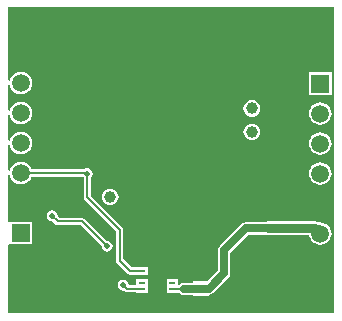
<source format=gtl>
G04*
G04 #@! TF.GenerationSoftware,Altium Limited,Altium Designer,18.1.9 (240)*
G04*
G04 Layer_Physical_Order=1*
G04 Layer_Color=255*
%FSAX25Y25*%
%MOIN*%
G70*
G01*
G75*
%ADD13R,0.03937X0.03150*%
%ADD14R,0.02717X0.06496*%
%ADD15R,0.02165X0.00984*%
%ADD23C,0.00800*%
%ADD24C,0.03000*%
%ADD25C,0.02500*%
%ADD26C,0.03937*%
%ADD27C,0.05906*%
%ADD28R,0.05906X0.05906*%
%ADD29C,0.23622*%
%ADD30C,0.01968*%
G36*
X0615883Y0172217D02*
X0507317D01*
Y0194979D01*
X0507747Y0195147D01*
X0507817Y0195147D01*
X0515253D01*
Y0202653D01*
X0507817D01*
X0507747Y0202653D01*
X0507317Y0202821D01*
Y0218091D01*
X0507817Y0218124D01*
X0507844Y0217920D01*
X0508222Y0217007D01*
X0508823Y0216224D01*
X0509607Y0215622D01*
X0510520Y0215244D01*
X0511500Y0215115D01*
X0512480Y0215244D01*
X0513393Y0215622D01*
X0514177Y0216224D01*
X0514778Y0217007D01*
X0515055Y0217676D01*
X0532238D01*
X0532414Y0217414D01*
X0532477Y0217372D01*
Y0210724D01*
X0532570Y0210256D01*
X0532835Y0209859D01*
X0543277Y0199418D01*
Y0189696D01*
X0543370Y0189228D01*
X0543635Y0188831D01*
X0547154Y0185312D01*
X0547551Y0185047D01*
X0548019Y0184954D01*
X0550099D01*
Y0184885D01*
X0553864D01*
Y0187469D01*
X0550099D01*
Y0187401D01*
X0548526D01*
X0545723Y0190203D01*
Y0199925D01*
X0545630Y0200393D01*
X0545365Y0200790D01*
X0534924Y0211231D01*
Y0217372D01*
X0534986Y0217414D01*
X0535381Y0218004D01*
X0535519Y0218700D01*
X0535381Y0219396D01*
X0534986Y0219986D01*
X0534396Y0220381D01*
X0533700Y0220519D01*
X0533004Y0220381D01*
X0532619Y0220124D01*
X0515055D01*
X0514778Y0220793D01*
X0514177Y0221576D01*
X0513393Y0222178D01*
X0512480Y0222556D01*
X0511500Y0222685D01*
X0510520Y0222556D01*
X0509607Y0222178D01*
X0508823Y0221576D01*
X0508222Y0220793D01*
X0507844Y0219880D01*
X0507817Y0219676D01*
X0507317Y0219709D01*
Y0228091D01*
X0507817Y0228124D01*
X0507844Y0227920D01*
X0508222Y0227007D01*
X0508823Y0226223D01*
X0509607Y0225622D01*
X0510520Y0225244D01*
X0511500Y0225115D01*
X0512480Y0225244D01*
X0513393Y0225622D01*
X0514177Y0226223D01*
X0514778Y0227007D01*
X0515156Y0227920D01*
X0515285Y0228900D01*
X0515156Y0229880D01*
X0514778Y0230793D01*
X0514177Y0231576D01*
X0513393Y0232178D01*
X0512480Y0232556D01*
X0511500Y0232685D01*
X0510520Y0232556D01*
X0509607Y0232178D01*
X0508823Y0231576D01*
X0508222Y0230793D01*
X0507844Y0229880D01*
X0507817Y0229676D01*
X0507317Y0229709D01*
Y0238091D01*
X0507817Y0238124D01*
X0507844Y0237920D01*
X0508222Y0237007D01*
X0508823Y0236224D01*
X0509607Y0235622D01*
X0510520Y0235244D01*
X0511500Y0235115D01*
X0512480Y0235244D01*
X0513393Y0235622D01*
X0514177Y0236224D01*
X0514778Y0237007D01*
X0515156Y0237920D01*
X0515285Y0238900D01*
X0515156Y0239880D01*
X0514778Y0240793D01*
X0514177Y0241577D01*
X0513393Y0242178D01*
X0512480Y0242556D01*
X0511500Y0242685D01*
X0510520Y0242556D01*
X0509607Y0242178D01*
X0508823Y0241577D01*
X0508222Y0240793D01*
X0507844Y0239880D01*
X0507817Y0239676D01*
X0507317Y0239709D01*
Y0248091D01*
X0507817Y0248124D01*
X0507844Y0247920D01*
X0508222Y0247007D01*
X0508823Y0246223D01*
X0509607Y0245622D01*
X0510520Y0245244D01*
X0511500Y0245115D01*
X0512480Y0245244D01*
X0513393Y0245622D01*
X0514177Y0246223D01*
X0514778Y0247007D01*
X0515156Y0247920D01*
X0515285Y0248900D01*
X0515156Y0249880D01*
X0514778Y0250793D01*
X0514177Y0251576D01*
X0513393Y0252178D01*
X0512480Y0252556D01*
X0511500Y0252685D01*
X0510520Y0252556D01*
X0509607Y0252178D01*
X0508823Y0251576D01*
X0508222Y0250793D01*
X0507844Y0249880D01*
X0507817Y0249676D01*
X0507317Y0249709D01*
Y0274183D01*
X0615883D01*
Y0172217D01*
D02*
G37*
%LPC*%
G36*
X0615153Y0252453D02*
X0607647D01*
Y0244947D01*
X0615153D01*
Y0252453D01*
D02*
G37*
G36*
X0588559Y0243166D02*
X0587836Y0243071D01*
X0587163Y0242792D01*
X0586585Y0242349D01*
X0586141Y0241770D01*
X0585862Y0241097D01*
X0585767Y0240374D01*
X0585862Y0239651D01*
X0586141Y0238978D01*
X0586585Y0238400D01*
X0587163Y0237956D01*
X0587836Y0237677D01*
X0588559Y0237582D01*
X0589282Y0237677D01*
X0589955Y0237956D01*
X0590534Y0238400D01*
X0590977Y0238978D01*
X0591256Y0239651D01*
X0591352Y0240374D01*
X0591256Y0241097D01*
X0590977Y0241770D01*
X0590534Y0242349D01*
X0589955Y0242792D01*
X0589282Y0243071D01*
X0588559Y0243166D01*
D02*
G37*
G36*
X0611400Y0242485D02*
X0610420Y0242356D01*
X0609507Y0241978D01*
X0608723Y0241376D01*
X0608122Y0240593D01*
X0607744Y0239680D01*
X0607615Y0238700D01*
X0607744Y0237720D01*
X0608122Y0236807D01*
X0608723Y0236023D01*
X0609507Y0235422D01*
X0610420Y0235044D01*
X0611400Y0234915D01*
X0612380Y0235044D01*
X0613293Y0235422D01*
X0614077Y0236023D01*
X0614678Y0236807D01*
X0615056Y0237720D01*
X0615185Y0238700D01*
X0615056Y0239680D01*
X0614678Y0240593D01*
X0614077Y0241376D01*
X0613293Y0241978D01*
X0612380Y0242356D01*
X0611400Y0242485D01*
D02*
G37*
G36*
X0588559Y0235292D02*
X0587836Y0235197D01*
X0587163Y0234918D01*
X0586585Y0234474D01*
X0586141Y0233896D01*
X0585862Y0233223D01*
X0585767Y0232500D01*
X0585862Y0231777D01*
X0586141Y0231104D01*
X0586585Y0230525D01*
X0587163Y0230082D01*
X0587836Y0229803D01*
X0588559Y0229708D01*
X0589282Y0229803D01*
X0589955Y0230082D01*
X0590534Y0230525D01*
X0590977Y0231104D01*
X0591256Y0231777D01*
X0591352Y0232500D01*
X0591256Y0233223D01*
X0590977Y0233896D01*
X0590534Y0234474D01*
X0589955Y0234918D01*
X0589282Y0235197D01*
X0588559Y0235292D01*
D02*
G37*
G36*
X0611400Y0232485D02*
X0610420Y0232356D01*
X0609507Y0231978D01*
X0608723Y0231377D01*
X0608122Y0230593D01*
X0607744Y0229680D01*
X0607615Y0228700D01*
X0607744Y0227720D01*
X0608122Y0226807D01*
X0608723Y0226024D01*
X0609507Y0225422D01*
X0610420Y0225044D01*
X0611400Y0224915D01*
X0612380Y0225044D01*
X0613293Y0225422D01*
X0614077Y0226024D01*
X0614678Y0226807D01*
X0615056Y0227720D01*
X0615185Y0228700D01*
X0615056Y0229680D01*
X0614678Y0230593D01*
X0614077Y0231377D01*
X0613293Y0231978D01*
X0612380Y0232356D01*
X0611400Y0232485D01*
D02*
G37*
G36*
Y0222485D02*
X0610420Y0222356D01*
X0609507Y0221978D01*
X0608723Y0221376D01*
X0608122Y0220593D01*
X0607744Y0219680D01*
X0607615Y0218700D01*
X0607744Y0217720D01*
X0608122Y0216807D01*
X0608723Y0216023D01*
X0609507Y0215422D01*
X0610420Y0215044D01*
X0611400Y0214915D01*
X0612380Y0215044D01*
X0613293Y0215422D01*
X0614077Y0216023D01*
X0614678Y0216807D01*
X0615056Y0217720D01*
X0615185Y0218700D01*
X0615056Y0219680D01*
X0614678Y0220593D01*
X0614077Y0221376D01*
X0613293Y0221978D01*
X0612380Y0222356D01*
X0611400Y0222485D01*
D02*
G37*
G36*
X0541315Y0213639D02*
X0540592Y0213544D01*
X0539919Y0213265D01*
X0539340Y0212821D01*
X0538897Y0212243D01*
X0538618Y0211569D01*
X0538523Y0210846D01*
X0538618Y0210124D01*
X0538897Y0209450D01*
X0539340Y0208872D01*
X0539919Y0208428D01*
X0540592Y0208149D01*
X0541315Y0208054D01*
X0542038Y0208149D01*
X0542711Y0208428D01*
X0543290Y0208872D01*
X0543733Y0209450D01*
X0544012Y0210124D01*
X0544107Y0210846D01*
X0544012Y0211569D01*
X0543733Y0212243D01*
X0543290Y0212821D01*
X0542711Y0213265D01*
X0542038Y0213544D01*
X0541315Y0213639D01*
D02*
G37*
G36*
X0609700Y0202745D02*
X0594000D01*
X0593103Y0202567D01*
X0592988Y0202490D01*
X0586500D01*
X0586500Y0202490D01*
X0585700Y0202331D01*
X0585022Y0201878D01*
X0585022Y0201878D01*
X0577822Y0194678D01*
X0577369Y0194000D01*
X0577210Y0193200D01*
X0577210Y0193200D01*
Y0186266D01*
X0573649Y0182705D01*
X0568874D01*
Y0182362D01*
X0566072D01*
X0565272Y0182203D01*
X0564594Y0181750D01*
X0564424Y0181495D01*
X0563904D01*
Y0183532D01*
X0560139D01*
Y0178980D01*
X0563904D01*
Y0179048D01*
X0564424D01*
X0564594Y0178794D01*
X0565272Y0178341D01*
X0566072Y0178182D01*
X0568874D01*
Y0177955D01*
X0574411D01*
Y0178276D01*
X0575030Y0178399D01*
X0575708Y0178852D01*
X0580778Y0183922D01*
X0580778Y0183922D01*
X0581231Y0184600D01*
X0581390Y0185400D01*
X0581390Y0185400D01*
Y0192334D01*
X0587366Y0198310D01*
X0592988D01*
X0593103Y0198233D01*
X0594000Y0198055D01*
X0607700D01*
X0607744Y0197720D01*
X0608122Y0196807D01*
X0608723Y0196023D01*
X0609507Y0195422D01*
X0610420Y0195044D01*
X0611400Y0194915D01*
X0612380Y0195044D01*
X0613293Y0195422D01*
X0614077Y0196023D01*
X0614678Y0196807D01*
X0615056Y0197720D01*
X0615185Y0198700D01*
X0615056Y0199680D01*
X0614678Y0200593D01*
X0614077Y0201377D01*
X0613293Y0201978D01*
X0612380Y0202356D01*
X0611400Y0202485D01*
X0610831Y0202410D01*
X0610597Y0202567D01*
X0609700Y0202745D01*
D02*
G37*
G36*
X0522000Y0206419D02*
X0521304Y0206281D01*
X0520714Y0205886D01*
X0520319Y0205296D01*
X0520181Y0204600D01*
X0520319Y0203904D01*
X0520714Y0203314D01*
X0521304Y0202919D01*
X0522000Y0202781D01*
X0522074Y0202796D01*
X0522935Y0201935D01*
X0523332Y0201670D01*
X0523800Y0201576D01*
X0531393D01*
X0538495Y0194474D01*
X0538481Y0194400D01*
X0538619Y0193704D01*
X0539014Y0193114D01*
X0539604Y0192719D01*
X0540300Y0192581D01*
X0540996Y0192719D01*
X0541586Y0193114D01*
X0541981Y0193704D01*
X0542119Y0194400D01*
X0541981Y0195096D01*
X0541586Y0195686D01*
X0540996Y0196081D01*
X0540300Y0196219D01*
X0540226Y0196204D01*
X0532765Y0203665D01*
X0532368Y0203930D01*
X0531900Y0204024D01*
X0524307D01*
X0523805Y0204526D01*
X0523819Y0204600D01*
X0523681Y0205296D01*
X0523286Y0205886D01*
X0522696Y0206281D01*
X0522000Y0206419D01*
D02*
G37*
G36*
X0553864Y0183532D02*
X0550099D01*
Y0181495D01*
X0547523D01*
X0547519Y0181500D01*
X0547381Y0182196D01*
X0546986Y0182786D01*
X0546396Y0183181D01*
X0545700Y0183319D01*
X0545004Y0183181D01*
X0544414Y0182786D01*
X0544019Y0182196D01*
X0543881Y0181500D01*
X0544019Y0180804D01*
X0544414Y0180214D01*
X0545004Y0179819D01*
X0545700Y0179681D01*
X0545774Y0179695D01*
X0546063Y0179406D01*
X0546460Y0179141D01*
X0546928Y0179048D01*
X0550099D01*
Y0178980D01*
X0553864D01*
Y0180948D01*
Y0183532D01*
D02*
G37*
%LPD*%
D13*
X0571642Y0187205D02*
D03*
Y0180330D02*
D03*
D14*
X0557002Y0183224D02*
D03*
D15*
X0562021Y0180272D02*
D03*
Y0182240D02*
D03*
Y0184209D02*
D03*
Y0186177D02*
D03*
X0551982Y0180272D02*
D03*
Y0182240D02*
D03*
Y0184209D02*
D03*
Y0186177D02*
D03*
D23*
X0511500Y0218900D02*
X0533700D01*
Y0210724D02*
Y0218700D01*
Y0210724D02*
X0544500Y0199925D01*
X0548019Y0186177D02*
X0551982D01*
X0544500Y0189696D02*
X0548019Y0186177D01*
X0544500Y0189696D02*
Y0199925D01*
X0562021Y0180272D02*
X0566072D01*
X0562021Y0184209D02*
Y0186177D01*
X0551982Y0184209D02*
X0556017D01*
X0557002Y0183224D01*
X0546928Y0180272D02*
X0551982D01*
X0545700Y0181500D02*
X0546928Y0180272D01*
X0522000Y0204600D02*
X0523800Y0202800D01*
X0611200Y0218900D02*
X0611400Y0218700D01*
X0523800Y0202800D02*
X0531900D01*
X0540300Y0194400D01*
D24*
X0609700Y0200400D02*
X0611400Y0198700D01*
X0594000Y0200400D02*
X0609700D01*
D25*
X0566072Y0180272D02*
X0571584D01*
X0571642Y0180330D01*
X0574230D01*
X0579300Y0185400D01*
Y0193200D01*
X0586500Y0200400D01*
X0594000D01*
D26*
X0588559Y0240374D02*
D03*
X0541315Y0230532D02*
D03*
Y0210846D02*
D03*
X0588559Y0232500D02*
D03*
D27*
X0511500Y0248900D02*
D03*
Y0238900D02*
D03*
Y0228900D02*
D03*
Y0218900D02*
D03*
Y0208900D02*
D03*
X0611400Y0198700D02*
D03*
Y0208700D02*
D03*
Y0218700D02*
D03*
Y0228700D02*
D03*
Y0238700D02*
D03*
D28*
X0511500Y0198900D02*
D03*
X0611400Y0248700D02*
D03*
D29*
X0595500Y0183900D02*
D03*
X0528600D02*
D03*
D30*
X0606299Y0267717D02*
D03*
X0610237Y0259843D02*
D03*
X0606299Y0251969D02*
D03*
Y0204725D02*
D03*
X0610237Y0181103D02*
D03*
X0606299Y0173228D02*
D03*
X0598425Y0267717D02*
D03*
X0602362Y0259843D02*
D03*
X0598425Y0251969D02*
D03*
X0602362Y0244095D02*
D03*
X0598425Y0236221D02*
D03*
X0602362Y0228347D02*
D03*
Y0212598D02*
D03*
X0598425Y0204725D02*
D03*
X0602362Y0196851D02*
D03*
X0590552Y0267717D02*
D03*
X0594488Y0259843D02*
D03*
X0590552Y0251969D02*
D03*
X0594488Y0244095D02*
D03*
X0590552Y0236221D02*
D03*
X0594488Y0228347D02*
D03*
Y0212598D02*
D03*
X0582678Y0267717D02*
D03*
X0586615Y0259843D02*
D03*
X0582678Y0251969D02*
D03*
X0586615Y0244095D02*
D03*
X0582678Y0236221D02*
D03*
X0586615Y0228347D02*
D03*
X0582678Y0204725D02*
D03*
Y0188977D02*
D03*
Y0173228D02*
D03*
X0574803Y0267717D02*
D03*
X0578741Y0259843D02*
D03*
X0574803Y0251969D02*
D03*
X0578741Y0244095D02*
D03*
X0574803Y0236221D02*
D03*
X0578741Y0228347D02*
D03*
X0574803Y0204725D02*
D03*
Y0173228D02*
D03*
X0566929Y0267717D02*
D03*
X0570866Y0259843D02*
D03*
X0566929Y0251969D02*
D03*
X0570866Y0244095D02*
D03*
Y0228347D02*
D03*
Y0212598D02*
D03*
X0566929Y0204725D02*
D03*
X0570866Y0196851D02*
D03*
X0566929Y0188977D02*
D03*
Y0173228D02*
D03*
X0559055Y0267717D02*
D03*
X0562992Y0259843D02*
D03*
X0559055Y0251969D02*
D03*
X0562992Y0244095D02*
D03*
Y0228347D02*
D03*
Y0212598D02*
D03*
X0559055Y0204725D02*
D03*
X0562992Y0196851D02*
D03*
X0559055Y0188977D02*
D03*
Y0173228D02*
D03*
X0551181Y0267717D02*
D03*
X0555118Y0259843D02*
D03*
X0551181Y0251969D02*
D03*
X0555118Y0244095D02*
D03*
Y0228347D02*
D03*
Y0212598D02*
D03*
X0551181Y0204725D02*
D03*
X0555118Y0196851D02*
D03*
X0551181Y0188977D02*
D03*
Y0173228D02*
D03*
X0543307Y0267717D02*
D03*
X0547244Y0259843D02*
D03*
X0543307Y0251969D02*
D03*
X0547244Y0244095D02*
D03*
Y0228347D02*
D03*
Y0212598D02*
D03*
X0543307Y0204725D02*
D03*
X0547244Y0196851D02*
D03*
X0543307Y0173228D02*
D03*
X0535433Y0267717D02*
D03*
X0539370Y0259843D02*
D03*
X0535433Y0251969D02*
D03*
X0539370Y0244095D02*
D03*
X0535433Y0204725D02*
D03*
X0527559Y0267717D02*
D03*
X0531496Y0259843D02*
D03*
X0527559Y0251969D02*
D03*
X0531496Y0244095D02*
D03*
Y0228347D02*
D03*
Y0212598D02*
D03*
X0519685Y0267717D02*
D03*
X0523622Y0259843D02*
D03*
X0519685Y0251969D02*
D03*
X0523622Y0244095D02*
D03*
Y0228347D02*
D03*
Y0196851D02*
D03*
X0519685Y0173228D02*
D03*
X0511811Y0267717D02*
D03*
X0515748Y0259843D02*
D03*
Y0212598D02*
D03*
X0511811Y0188977D02*
D03*
Y0173228D02*
D03*
X0594000Y0200400D02*
D03*
X0545700Y0181500D02*
D03*
X0522000Y0204600D02*
D03*
X0540300Y0194400D02*
D03*
X0533700Y0218700D02*
D03*
M02*

</source>
